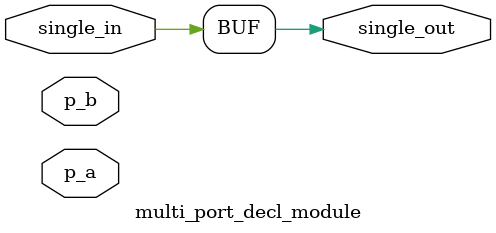
<source format=sv>
module multi_port_decl_module (
    input logic [3:0] p_a,
    input logic [3:0] p_b,
    input logic single_in,
    output logic single_out
);
    always_comb begin
        single_out = single_in;
    end
endmodule


</source>
